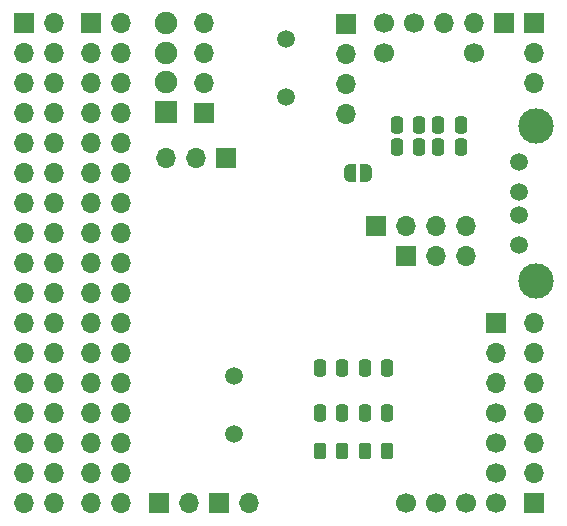
<source format=gbs>
G04 #@! TF.GenerationSoftware,KiCad,Pcbnew,6.0.8-f2edbf62ab~116~ubuntu22.04.1*
G04 #@! TF.CreationDate,2022-10-13T10:44:28+02:00*
G04 #@! TF.ProjectId,Floppy emulator with OSD,466c6f70-7079-4206-956d-756c61746f72,0.2*
G04 #@! TF.SameCoordinates,Original*
G04 #@! TF.FileFunction,Soldermask,Bot*
G04 #@! TF.FilePolarity,Negative*
%FSLAX46Y46*%
G04 Gerber Fmt 4.6, Leading zero omitted, Abs format (unit mm)*
G04 Created by KiCad (PCBNEW 6.0.8-f2edbf62ab~116~ubuntu22.04.1) date 2022-10-13 10:44:28*
%MOMM*%
%LPD*%
G01*
G04 APERTURE LIST*
G04 Aperture macros list*
%AMRoundRect*
0 Rectangle with rounded corners*
0 $1 Rounding radius*
0 $2 $3 $4 $5 $6 $7 $8 $9 X,Y pos of 4 corners*
0 Add a 4 corners polygon primitive as box body*
4,1,4,$2,$3,$4,$5,$6,$7,$8,$9,$2,$3,0*
0 Add four circle primitives for the rounded corners*
1,1,$1+$1,$2,$3*
1,1,$1+$1,$4,$5*
1,1,$1+$1,$6,$7*
1,1,$1+$1,$8,$9*
0 Add four rect primitives between the rounded corners*
20,1,$1+$1,$2,$3,$4,$5,0*
20,1,$1+$1,$4,$5,$6,$7,0*
20,1,$1+$1,$6,$7,$8,$9,0*
20,1,$1+$1,$8,$9,$2,$3,0*%
%AMFreePoly0*
4,1,22,0.500000,-0.750000,0.000000,-0.750000,0.000000,-0.745033,-0.079941,-0.743568,-0.215256,-0.701293,-0.333266,-0.622738,-0.424486,-0.514219,-0.481581,-0.384460,-0.499164,-0.250000,-0.500000,-0.250000,-0.500000,0.250000,-0.499164,0.250000,-0.499963,0.256109,-0.478152,0.396186,-0.417904,0.524511,-0.324060,0.630769,-0.204165,0.706417,-0.067858,0.745374,0.000000,0.744959,0.000000,0.750000,
0.500000,0.750000,0.500000,-0.750000,0.500000,-0.750000,$1*%
%AMFreePoly1*
4,1,20,0.000000,0.744959,0.073905,0.744508,0.209726,0.703889,0.328688,0.626782,0.421226,0.519385,0.479903,0.390333,0.500000,0.250000,0.500000,-0.250000,0.499851,-0.262216,0.476331,-0.402017,0.414519,-0.529596,0.319384,-0.634700,0.198574,-0.708877,0.061801,-0.746166,0.000000,-0.745033,0.000000,-0.750000,-0.500000,-0.750000,-0.500000,0.750000,0.000000,0.750000,0.000000,0.744959,
0.000000,0.744959,$1*%
G04 Aperture macros list end*
%ADD10R,1.700000X1.700000*%
%ADD11O,1.700000X1.700000*%
%ADD12R,1.900000X1.900000*%
%ADD13C,1.900000*%
%ADD14C,1.500000*%
%ADD15C,1.700000*%
%ADD16C,3.000000*%
%ADD17RoundRect,0.250000X-0.250000X-0.475000X0.250000X-0.475000X0.250000X0.475000X-0.250000X0.475000X0*%
%ADD18RoundRect,0.250000X0.250000X0.475000X-0.250000X0.475000X-0.250000X-0.475000X0.250000X-0.475000X0*%
%ADD19FreePoly0,180.000000*%
%ADD20FreePoly1,180.000000*%
%ADD21RoundRect,0.250000X-0.262500X-0.450000X0.262500X-0.450000X0.262500X0.450000X-0.262500X0.450000X0*%
%ADD22RoundRect,0.250000X0.262500X0.450000X-0.262500X0.450000X-0.262500X-0.450000X0.262500X-0.450000X0*%
G04 APERTURE END LIST*
D10*
X118745000Y-126365000D03*
D11*
X121285000Y-126365000D03*
X123825000Y-126365000D03*
X126365000Y-126365000D03*
D10*
X129540000Y-109220000D03*
D11*
X127000000Y-109220000D03*
X124460000Y-109220000D03*
D12*
X100965000Y-116720000D03*
D13*
X100965000Y-114220000D03*
X100965000Y-111720000D03*
X100965000Y-109220000D03*
D10*
X104140000Y-116840000D03*
D11*
X104140000Y-114300000D03*
X104140000Y-111760000D03*
X104140000Y-109220000D03*
D14*
X106680000Y-139065000D03*
X106680000Y-143945000D03*
D10*
X88900000Y-109220000D03*
D11*
X91440000Y-109220000D03*
X88900000Y-111760000D03*
X91440000Y-111760000D03*
X88900000Y-114300000D03*
X91440000Y-114300000D03*
X88900000Y-116840000D03*
X91440000Y-116840000D03*
X88900000Y-119380000D03*
X91440000Y-119380000D03*
X88900000Y-121920000D03*
X91440000Y-121920000D03*
X88900000Y-124460000D03*
X91440000Y-124460000D03*
X88900000Y-127000000D03*
X91440000Y-127000000D03*
X88900000Y-129540000D03*
X91440000Y-129540000D03*
X88900000Y-132080000D03*
X91440000Y-132080000D03*
X88900000Y-134620000D03*
X91440000Y-134620000D03*
X88900000Y-137160000D03*
X91440000Y-137160000D03*
X88900000Y-139700000D03*
X91440000Y-139700000D03*
X88900000Y-142240000D03*
X91440000Y-142240000D03*
X88900000Y-144780000D03*
X91440000Y-144780000D03*
X88900000Y-147320000D03*
X91440000Y-147320000D03*
X88900000Y-149860000D03*
X91440000Y-149860000D03*
D10*
X105410000Y-149860000D03*
D11*
X107950000Y-149860000D03*
D15*
X128905000Y-149860000D03*
X126365000Y-149860000D03*
X121285000Y-149860000D03*
X128905000Y-144780000D03*
D10*
X106045000Y-120650000D03*
D11*
X103505000Y-120650000D03*
X100965000Y-120650000D03*
D15*
X123825000Y-149860000D03*
X128905000Y-142240000D03*
X128905000Y-147320000D03*
D14*
X111125000Y-110580000D03*
X111125000Y-115460000D03*
D10*
X128905000Y-134620000D03*
D11*
X128905000Y-137160000D03*
X128905000Y-139700000D03*
D10*
X132080000Y-109220000D03*
D11*
X132080000Y-111760000D03*
X132080000Y-114300000D03*
D14*
X130810000Y-127960000D03*
X130810000Y-125460000D03*
X130810000Y-123460000D03*
X130810000Y-120960000D03*
D16*
X132260000Y-131030000D03*
X132260000Y-117890000D03*
D10*
X132080000Y-149860000D03*
D11*
X132080000Y-147320000D03*
X132080000Y-144780000D03*
X132080000Y-142240000D03*
X132080000Y-139700000D03*
X132080000Y-137160000D03*
X132080000Y-134620000D03*
D10*
X100330000Y-149860000D03*
D11*
X102870000Y-149860000D03*
D10*
X121285000Y-128905000D03*
D11*
X123825000Y-128905000D03*
X126365000Y-128905000D03*
D15*
X119380000Y-109220000D03*
X127000000Y-111760000D03*
X121920000Y-109220000D03*
X119380000Y-111760000D03*
D17*
X113985000Y-142240000D03*
X115885000Y-142240000D03*
D18*
X119695000Y-142240000D03*
X117795000Y-142240000D03*
X119695000Y-138430000D03*
X117795000Y-138430000D03*
D17*
X113985000Y-138430000D03*
X115885000Y-138430000D03*
X120510500Y-117792500D03*
X122410500Y-117792500D03*
D18*
X125918000Y-117792500D03*
X124018000Y-117792500D03*
X125918000Y-119697500D03*
X124018000Y-119697500D03*
D17*
X120510500Y-119697500D03*
X122410500Y-119697500D03*
D19*
X117871000Y-121920000D03*
D20*
X116571000Y-121920000D03*
D10*
X94615000Y-109220000D03*
D11*
X97155000Y-109220000D03*
X94615000Y-111760000D03*
X97155000Y-111760000D03*
X94615000Y-114300000D03*
X97155000Y-114300000D03*
X94615000Y-116840000D03*
X97155000Y-116840000D03*
X94615000Y-119380000D03*
X97155000Y-119380000D03*
X94615000Y-121920000D03*
X97155000Y-121920000D03*
X94615000Y-124460000D03*
X97155000Y-124460000D03*
X94615000Y-127000000D03*
X97155000Y-127000000D03*
X94615000Y-129540000D03*
X97155000Y-129540000D03*
X94615000Y-132080000D03*
X97155000Y-132080000D03*
X94615000Y-134620000D03*
X97155000Y-134620000D03*
X94615000Y-137160000D03*
X97155000Y-137160000D03*
X94615000Y-139700000D03*
X97155000Y-139700000D03*
X94615000Y-142240000D03*
X97155000Y-142240000D03*
X94615000Y-144780000D03*
X97155000Y-144780000D03*
X94615000Y-147320000D03*
X97155000Y-147320000D03*
X94615000Y-149860000D03*
X97155000Y-149860000D03*
D21*
X117832500Y-145415000D03*
X119657500Y-145415000D03*
D10*
X116205000Y-109230000D03*
D11*
X116205000Y-111770000D03*
X116205000Y-114310000D03*
X116205000Y-116850000D03*
D22*
X115847500Y-145415000D03*
X114022500Y-145415000D03*
M02*

</source>
